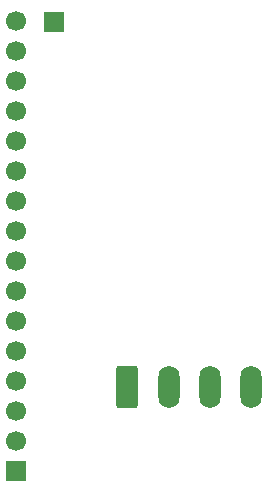
<source format=gbr>
%TF.GenerationSoftware,KiCad,Pcbnew,9.0.6*%
%TF.CreationDate,2026-02-23T11:34:12+10:00*%
%TF.ProjectId,ae-tracker-db,61652d74-7261-4636-9b65-722d64622e6b,rev?*%
%TF.SameCoordinates,Original*%
%TF.FileFunction,Soldermask,Bot*%
%TF.FilePolarity,Negative*%
%FSLAX46Y46*%
G04 Gerber Fmt 4.6, Leading zero omitted, Abs format (unit mm)*
G04 Created by KiCad (PCBNEW 9.0.6) date 2026-02-23 11:34:12*
%MOMM*%
%LPD*%
G01*
G04 APERTURE LIST*
G04 Aperture macros list*
%AMRoundRect*
0 Rectangle with rounded corners*
0 $1 Rounding radius*
0 $2 $3 $4 $5 $6 $7 $8 $9 X,Y pos of 4 corners*
0 Add a 4 corners polygon primitive as box body*
4,1,4,$2,$3,$4,$5,$6,$7,$8,$9,$2,$3,0*
0 Add four circle primitives for the rounded corners*
1,1,$1+$1,$2,$3*
1,1,$1+$1,$4,$5*
1,1,$1+$1,$6,$7*
1,1,$1+$1,$8,$9*
0 Add four rect primitives between the rounded corners*
20,1,$1+$1,$2,$3,$4,$5,0*
20,1,$1+$1,$4,$5,$6,$7,0*
20,1,$1+$1,$6,$7,$8,$9,0*
20,1,$1+$1,$8,$9,$2,$3,0*%
G04 Aperture macros list end*
%ADD10R,1.700000X1.700000*%
%ADD11C,1.700000*%
%ADD12RoundRect,0.250000X-0.650000X-1.550000X0.650000X-1.550000X0.650000X1.550000X-0.650000X1.550000X0*%
%ADD13O,1.800000X3.600000*%
G04 APERTURE END LIST*
D10*
%TO.C,J2*%
X139172975Y-80955572D03*
%TD*%
%TO.C,J4*%
X136000000Y-119000000D03*
D11*
X136000000Y-116460000D03*
X136000000Y-113920000D03*
X136000000Y-111380000D03*
X136000000Y-108840000D03*
X136000000Y-106300000D03*
X136000000Y-103760000D03*
X136000000Y-101220000D03*
X136000000Y-98680000D03*
X136000000Y-96140000D03*
X136000000Y-93600000D03*
X136000000Y-91060000D03*
X136000000Y-88520000D03*
X136000000Y-85980000D03*
X136000000Y-83440000D03*
X136000000Y-80900000D03*
%TD*%
D12*
%TO.C,J3*%
X145400000Y-111867500D03*
D13*
X148900000Y-111867500D03*
X152400000Y-111867500D03*
X155900000Y-111867500D03*
%TD*%
M02*

</source>
